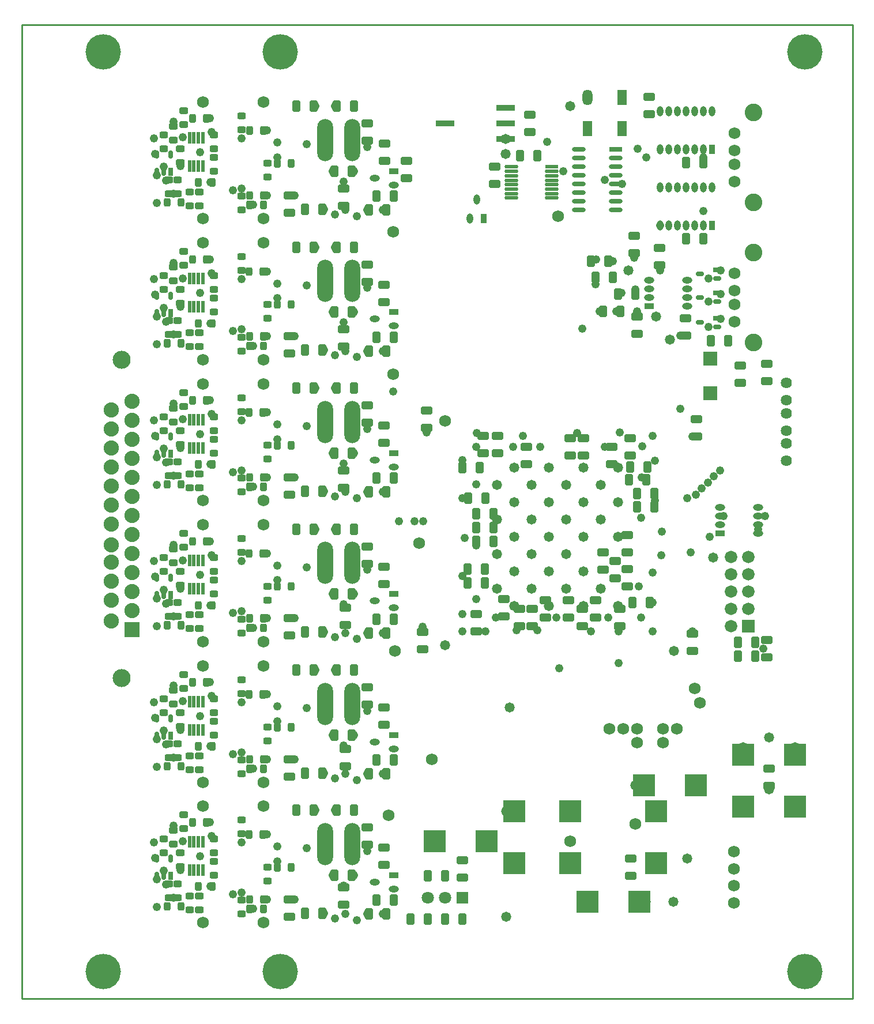
<source format=gbs>
%FSLAX24Y24*%
%MOIN*%
%SFA1B1*%

%IPPOS*%
%ADD17O,0.020000X0.040000*%
%ADD18O,0.040000X0.020000*%
%ADD35C,0.010000*%
%ADD45C,0.064000*%
%ADD67O,0.038000X0.058000*%
%ADD68R,0.038000X0.058000*%
%ADD69O,0.048000X0.020000*%
%ADD70O,0.020000X0.048000*%
%ADD71O,0.068000X0.028000*%
%ADD72O,0.028000X0.048000*%
%ADD73O,0.048000X0.028000*%
%ADD74O,0.028000X0.068000*%
%ADD83O,0.090700X0.244200*%
%ADD85O,0.090700X0.244200*%
%ADD86R,0.108000X0.038000*%
%ADD89R,0.128000X0.128000*%
%ADD90R,0.088000X0.088000*%
%ADD91C,0.088000*%
%ADD92C,0.104000*%
%ADD93R,0.071000X0.071000*%
%ADD94C,0.071000*%
%ADD95C,0.072000*%
%ADD96R,0.072000X0.072000*%
%ADD97C,0.068000*%
%ADD98C,0.102000*%
%ADD99C,0.204900*%
%ADD100C,0.048000*%
%ADD101C,0.058000*%
%ADD102R,0.048000X0.028000*%
%ADD103R,0.028000X0.048000*%
%ADD104R,0.023700X0.069000*%
%ADD105O,0.058000X0.038000*%
%ADD106R,0.058000X0.038000*%
%ADD107R,0.128000X0.128000*%
%ADD108O,0.078000X0.028000*%
%ADD109R,0.078000X0.028000*%
%ADD110R,0.058000X0.091000*%
%ADD111O,0.058000X0.091000*%
%ADD112O,0.078000X0.023000*%
%ADD113R,0.078000X0.023000*%
%ADD114R,0.083000X0.083000*%
%LN020351-1*%
%LPD*%
G54D17*
X29378Y26841D03*
Y27641D03*
X30578Y26141D03*
X30859D03*
X31128D03*
X31409D03*
X33579Y25891D03*
X33858D03*
X35078Y27791D03*
X35359D03*
Y28591D03*
X35078D03*
X33858Y30541D03*
X33579D03*
Y31341D03*
X33858D03*
Y33991D03*
X33579D03*
Y34791D03*
X33858D03*
X35078Y35891D03*
X35359D03*
Y36691D03*
X35078D03*
X33858Y38641D03*
X33579D03*
Y39441D03*
X33858D03*
X32259Y38341D03*
X31978D03*
Y37541D03*
X32259D03*
Y37041D03*
X31978D03*
Y36241D03*
X32259D03*
X31409Y35041D03*
X31128D03*
Y34241D03*
X31409D03*
X30159Y35741D03*
X29878D03*
X29659D03*
X30029Y36741D03*
X30308D03*
X30159Y34941D03*
X29878D03*
X29659D03*
X30578Y35041D03*
X30859D03*
Y34241D03*
X30578D03*
X29378Y35741D03*
Y34941D03*
X30229Y31641D03*
X30508D03*
Y30841D03*
X30229D03*
X29908Y30741D03*
X29629D03*
Y29941D03*
X29908D03*
X30029Y29441D03*
X30308D03*
Y28641D03*
X30029D03*
X30159Y27641D03*
X29878D03*
X29659D03*
Y26841D03*
X29878D03*
X30159D03*
X30578Y26941D03*
X30859D03*
X31128D03*
X31409D03*
X33579Y26691D03*
X33858D03*
X32259Y28141D03*
X31978D03*
Y28941D03*
X32259D03*
Y29441D03*
X31978D03*
Y30241D03*
X32259D03*
X29358D03*
X29079D03*
Y29441D03*
X29358D03*
X30029Y37541D03*
X30308D03*
X29908Y38041D03*
X29629D03*
Y38841D03*
X29908D03*
X30229Y38941D03*
X30508D03*
Y39741D03*
X30229D03*
X29358Y38341D03*
X29079D03*
Y37541D03*
X29358D03*
X33579Y42141D03*
X33858D03*
Y42941D03*
X33579D03*
X35078Y44041D03*
X35359D03*
Y44841D03*
X35078D03*
X33858Y46791D03*
X33579D03*
Y47591D03*
X33858D03*
X32259Y46491D03*
X31978D03*
Y45691D03*
X32259D03*
Y45191D03*
X31978D03*
Y44391D03*
X32259D03*
X31409Y43191D03*
X31128D03*
Y42391D03*
X31409D03*
X30159Y43891D03*
X29878D03*
X29659D03*
Y43091D03*
X29878D03*
X30159D03*
X30578Y43191D03*
X30859D03*
Y42391D03*
X30578D03*
X29378Y43891D03*
Y43091D03*
X30029Y44891D03*
X30308D03*
Y45691D03*
X30029D03*
X29908Y46191D03*
X29629D03*
Y46991D03*
X29908D03*
X30229Y47091D03*
X30508D03*
Y47891D03*
X30229D03*
X29358Y46491D03*
X29079D03*
Y45691D03*
X29358D03*
X33579Y50291D03*
X33858D03*
X35078Y52191D03*
X35359D03*
Y52991D03*
X35078D03*
X33858Y54941D03*
X33579D03*
Y55741D03*
X33858D03*
Y58441D03*
X33579D03*
Y59241D03*
X33858D03*
X35078Y60341D03*
X35359D03*
Y61141D03*
X35078D03*
X33858Y63091D03*
X33579D03*
Y63891D03*
X33858D03*
X32259Y62791D03*
X31978D03*
Y61991D03*
X32259D03*
Y61491D03*
X31978D03*
Y60691D03*
X32259D03*
X31409Y59491D03*
X31128D03*
Y58691D03*
X31409D03*
X30859Y59491D03*
X30578D03*
X30159Y59391D03*
X29878D03*
X29659D03*
Y60191D03*
X29878D03*
X30159D03*
X30578Y58691D03*
X30859D03*
X30508Y56041D03*
X30229D03*
Y55241D03*
X30508D03*
X29908Y55141D03*
X29629D03*
Y54341D03*
X29908D03*
X30029Y53841D03*
X30308D03*
Y53041D03*
X30029D03*
X30159Y52041D03*
X29878D03*
X29659D03*
Y51241D03*
X29878D03*
X30159D03*
X30578Y51341D03*
X30859D03*
Y50541D03*
X30578D03*
X31128D03*
X31409D03*
X33579Y51091D03*
X33858D03*
X32259Y53341D03*
X31978D03*
Y53841D03*
X32259D03*
Y52541D03*
X31978D03*
X31409Y51341D03*
X31128D03*
X31978Y54641D03*
X32259D03*
X29358D03*
X29079D03*
Y53841D03*
X29358D03*
X29378Y52041D03*
Y51241D03*
Y59391D03*
Y60191D03*
X30029Y61191D03*
X30308D03*
Y61991D03*
X30029D03*
X29908Y62491D03*
X29629D03*
Y63291D03*
X29908D03*
X30229Y63391D03*
X30508D03*
Y64191D03*
X30229D03*
X29358Y62791D03*
X29079D03*
Y61991D03*
X29358D03*
X33579Y66591D03*
X33858D03*
Y67391D03*
X33579D03*
X35078Y68491D03*
X35359D03*
Y69291D03*
X35078D03*
X33858Y71241D03*
X33579D03*
Y72041D03*
X33858D03*
X32259Y70941D03*
X31978D03*
Y70141D03*
X32259D03*
Y69641D03*
X31978D03*
Y68841D03*
X32259D03*
X31409Y67641D03*
X31128D03*
Y66841D03*
X31409D03*
X30159Y68341D03*
X29878D03*
X29659D03*
X30029Y69341D03*
X30308D03*
X30159Y67541D03*
X29878D03*
X29659D03*
X30578Y67641D03*
X30859D03*
Y66841D03*
X30578D03*
X29378Y68341D03*
Y67541D03*
X30029Y70141D03*
X30308D03*
X29908Y70641D03*
X29629D03*
Y71441D03*
X29908D03*
X30229Y71541D03*
X30508D03*
Y72341D03*
X30229D03*
X29358Y70941D03*
X29079D03*
Y70141D03*
X29358D03*
G54D18*
X29418Y26201D03*
X30219D03*
X31219Y27351D03*
Y27631D03*
X32018D03*
Y27351D03*
X30219Y26481D03*
X29418D03*
X34169Y26051D03*
X34969D03*
Y26331D03*
Y26601D03*
Y26881D03*
X34169D03*
Y26601D03*
Y26331D03*
X35768Y28451D03*
Y28731D03*
X36569D03*
Y28451D03*
X34959Y30351D03*
Y30631D03*
X34159D03*
Y30351D03*
X31669Y31051D03*
Y31331D03*
X30868D03*
Y31051D03*
X31219Y35451D03*
X32018D03*
Y35731D03*
X31219D03*
X30219Y34581D03*
Y34301D03*
X29418D03*
Y34581D03*
X34169Y34701D03*
Y34431D03*
Y34151D03*
X34969D03*
Y34431D03*
Y34701D03*
Y34981D03*
X34169D03*
X35768Y36551D03*
Y36831D03*
X36569D03*
Y36551D03*
X34959Y38451D03*
X34159D03*
Y38731D03*
X34959D03*
X34969Y42301D03*
Y42581D03*
Y42851D03*
Y43131D03*
X34169D03*
Y42851D03*
Y42581D03*
Y42301D03*
X35768Y44701D03*
X36569D03*
Y44981D03*
X35768D03*
X34959Y46601D03*
Y46881D03*
X34159D03*
Y46601D03*
X34169Y50451D03*
Y50731D03*
Y51001D03*
X34969D03*
Y50731D03*
Y50451D03*
Y51281D03*
X34169D03*
X35768Y52851D03*
Y53131D03*
X36569D03*
Y52851D03*
X34959Y54751D03*
Y55031D03*
X34159D03*
Y54751D03*
X34169Y58601D03*
X34969D03*
Y58881D03*
Y59151D03*
Y59431D03*
X34169D03*
Y59151D03*
Y58881D03*
X35768Y61001D03*
Y61281D03*
X36569D03*
Y61001D03*
X34959Y62901D03*
Y63181D03*
X34159D03*
Y62901D03*
X31669Y63601D03*
Y63881D03*
X30868D03*
Y63601D03*
X31219Y68051D03*
X32018D03*
Y68331D03*
X31219D03*
X30219Y67181D03*
Y66901D03*
X29418D03*
Y67181D03*
X34169Y67301D03*
Y67031D03*
Y66751D03*
X34969D03*
Y67031D03*
Y67301D03*
Y67581D03*
X34169D03*
X35768Y69151D03*
Y69431D03*
X36569D03*
Y69151D03*
X34969Y71051D03*
X34169D03*
Y71331D03*
X34969D03*
X31669Y71751D03*
Y72031D03*
X30868D03*
Y71751D03*
X30219Y59031D03*
X29418D03*
Y58751D03*
X30219D03*
X30868Y55731D03*
Y55451D03*
X31669D03*
Y55731D03*
X32018Y59901D03*
Y60181D03*
X31219D03*
Y59901D03*
Y52031D03*
Y51751D03*
X32018D03*
Y52031D03*
X30219Y50881D03*
Y50601D03*
X29418D03*
Y50881D03*
X30868Y47581D03*
Y47301D03*
X31669D03*
Y47581D03*
X32018Y43881D03*
Y43601D03*
X31219D03*
Y43881D03*
X30219Y42731D03*
Y42451D03*
X29418D03*
Y42731D03*
X30868Y39431D03*
Y39151D03*
X31669D03*
Y39431D03*
G54D35*
X21000Y21000D02*
X69032D01*
Y77299*
X21000*
Y21000*
G54D45*
X65219Y52091D03*
Y53091D03*
Y53841D03*
Y54841D03*
Y55591D03*
Y56591D03*
G54D67*
X60419Y65701D03*
Y67901D03*
X60918D03*
X59918D03*
X59419D03*
X58918D03*
Y65701D03*
X59419D03*
X59918D03*
X58418Y67901D03*
X57919D03*
Y65701D03*
X58418D03*
X60419Y70101D03*
Y72301D03*
X60918D03*
X59918D03*
X59419D03*
X58918D03*
Y70101D03*
X59419D03*
X59918D03*
X58418Y72301D03*
X57919D03*
Y70101D03*
X58418D03*
X47319Y67191D03*
X46919Y66091D03*
G54D68*
X60918Y65701D03*
Y70101D03*
X47719Y66091D03*
G54D69*
X29218Y29341D03*
X29518Y27741D03*
Y27641D03*
Y27541D03*
X30018D03*
Y27641D03*
Y27741D03*
Y26941D03*
Y26841D03*
Y26741D03*
X29518D03*
Y26841D03*
Y26941D03*
X30719D03*
Y27041D03*
Y26841D03*
Y26241D03*
Y26141D03*
Y26041D03*
X31268D03*
Y26141D03*
Y26241D03*
X33719Y25991D03*
Y25891D03*
Y25791D03*
X35219Y27691D03*
Y27791D03*
Y27891D03*
Y28491D03*
Y28591D03*
Y28691D03*
X33719Y30441D03*
Y30541D03*
Y30641D03*
Y31241D03*
Y31341D03*
Y31441D03*
Y33891D03*
Y33991D03*
Y34091D03*
Y34691D03*
Y34791D03*
Y34891D03*
X35219Y35791D03*
Y35891D03*
Y35991D03*
Y36591D03*
Y36691D03*
Y36791D03*
X33719Y38541D03*
Y38641D03*
Y38741D03*
Y39341D03*
Y39441D03*
Y39541D03*
X32118Y38441D03*
Y38341D03*
Y38241D03*
Y37641D03*
Y37541D03*
Y37441D03*
Y37141D03*
Y37041D03*
Y36941D03*
Y36341D03*
Y36241D03*
Y36141D03*
X31268Y35141D03*
Y35041D03*
Y34941D03*
Y34341D03*
Y34241D03*
Y34141D03*
X30018Y35641D03*
Y35741D03*
Y35841D03*
X29518D03*
Y35741D03*
Y35641D03*
X30168Y36641D03*
Y36741D03*
Y36841D03*
X30018Y35041D03*
Y34941D03*
Y34841D03*
X29518D03*
Y34941D03*
Y35041D03*
X30719D03*
Y35141D03*
Y34941D03*
Y34341D03*
Y34241D03*
Y34141D03*
X30368Y31741D03*
Y31641D03*
Y31541D03*
Y30941D03*
Y30841D03*
Y30741D03*
X29769D03*
Y30841D03*
Y30641D03*
Y30041D03*
Y29941D03*
Y29841D03*
X30168Y29541D03*
Y29441D03*
Y29341D03*
Y28741D03*
Y28641D03*
Y28541D03*
X31268Y27041D03*
Y26941D03*
Y26841D03*
X33719Y26791D03*
Y26691D03*
Y26591D03*
X32118Y28041D03*
Y28141D03*
Y28241D03*
Y28841D03*
Y28941D03*
Y29041D03*
Y29341D03*
Y29441D03*
Y29541D03*
Y30141D03*
Y30241D03*
Y30341D03*
X29218D03*
Y30241D03*
Y30141D03*
Y29541D03*
Y29441D03*
X30168Y37441D03*
Y37541D03*
Y37641D03*
X29769Y37941D03*
Y38041D03*
Y38141D03*
Y38741D03*
Y38841D03*
Y38941D03*
X30368D03*
Y38841D03*
Y39041D03*
Y39641D03*
Y39741D03*
Y39841D03*
X29218Y38441D03*
Y38341D03*
Y38241D03*
Y37641D03*
Y37541D03*
Y37441D03*
X33719Y42041D03*
Y42141D03*
Y42241D03*
Y42841D03*
Y42941D03*
Y43041D03*
X35219Y43941D03*
Y44041D03*
Y44141D03*
Y44741D03*
Y44841D03*
Y44941D03*
X33719Y46691D03*
Y46791D03*
Y46891D03*
Y47491D03*
Y47591D03*
Y47691D03*
X32118Y46591D03*
Y46491D03*
Y46391D03*
Y45791D03*
Y45691D03*
Y45591D03*
Y45291D03*
Y45191D03*
Y45091D03*
Y44491D03*
Y44391D03*
Y44291D03*
X31268Y43291D03*
Y43191D03*
Y43091D03*
Y42491D03*
Y42391D03*
Y42291D03*
X30018Y43791D03*
Y43891D03*
Y43991D03*
X29518D03*
Y43891D03*
Y43791D03*
X30168Y44791D03*
X30018Y43191D03*
Y43091D03*
Y42991D03*
X29518D03*
Y43091D03*
Y43191D03*
X30719D03*
Y43291D03*
Y43091D03*
Y42491D03*
Y42391D03*
Y42291D03*
X30168Y44891D03*
Y44991D03*
Y45591D03*
Y45691D03*
Y45791D03*
X29769Y46091D03*
Y46191D03*
Y46291D03*
Y46891D03*
Y46991D03*
Y47091D03*
X30368D03*
Y46991D03*
Y47191D03*
Y47791D03*
Y47891D03*
Y47991D03*
X31268Y50441D03*
Y50541D03*
Y50641D03*
X33719Y50391D03*
Y50291D03*
Y50191D03*
Y50991D03*
X35219Y52091D03*
Y52191D03*
Y52291D03*
Y52891D03*
Y52991D03*
Y53091D03*
X33719Y54841D03*
Y54941D03*
Y55041D03*
Y55641D03*
Y55741D03*
Y55841D03*
Y58341D03*
Y58441D03*
Y58541D03*
X35219Y60241D03*
Y60341D03*
Y60441D03*
Y61041D03*
Y61141D03*
Y61241D03*
X33719Y62991D03*
Y63091D03*
Y63191D03*
Y63791D03*
Y63891D03*
Y63991D03*
Y66491D03*
Y66591D03*
Y66691D03*
Y67291D03*
Y67391D03*
Y67491D03*
X35219Y68391D03*
Y68491D03*
Y68591D03*
Y69191D03*
Y69291D03*
Y69391D03*
X33719Y71141D03*
Y71241D03*
Y71341D03*
Y71941D03*
Y72041D03*
Y72141D03*
X32118Y71041D03*
Y70941D03*
Y70841D03*
Y70241D03*
Y70141D03*
Y70041D03*
Y69741D03*
Y69641D03*
Y69541D03*
Y68941D03*
Y68841D03*
Y68741D03*
X31268Y67741D03*
Y67641D03*
Y67541D03*
Y66941D03*
Y66841D03*
Y66741D03*
X30018Y68241D03*
Y68341D03*
Y68441D03*
X29518D03*
Y68341D03*
Y68241D03*
X30168Y69241D03*
Y69341D03*
Y69441D03*
X30018Y67641D03*
Y67541D03*
Y67441D03*
X29518D03*
Y67541D03*
Y67641D03*
X30719D03*
Y67741D03*
Y67541D03*
Y66941D03*
Y66841D03*
Y66741D03*
X30368Y64291D03*
Y64191D03*
Y64091D03*
Y63491D03*
Y63391D03*
Y63291D03*
X29769D03*
Y63391D03*
Y63191D03*
Y62591D03*
Y62491D03*
Y62391D03*
X30168Y62091D03*
Y61991D03*
Y61891D03*
Y61291D03*
Y61191D03*
Y61091D03*
X30018Y60291D03*
Y60191D03*
Y60091D03*
X29518D03*
Y60191D03*
Y60291D03*
Y59491D03*
Y59391D03*
Y59291D03*
X30018D03*
Y59391D03*
Y59491D03*
X30719D03*
Y59591D03*
Y59391D03*
Y58791D03*
Y58691D03*
Y58591D03*
X30368Y56141D03*
Y56041D03*
Y55941D03*
Y55341D03*
Y55241D03*
Y55141D03*
X29769D03*
Y55241D03*
Y55041D03*
Y54441D03*
Y54341D03*
Y54241D03*
X30168Y53941D03*
Y53841D03*
Y53741D03*
Y53141D03*
Y53041D03*
Y52941D03*
X30018Y52141D03*
Y52041D03*
Y51941D03*
X29518D03*
Y52041D03*
Y52141D03*
Y51341D03*
Y51241D03*
Y51141D03*
X30018D03*
Y51241D03*
Y51341D03*
X30719D03*
Y51441D03*
Y51241D03*
Y50641D03*
Y50541D03*
Y50441D03*
X31268Y51241D03*
Y51341D03*
Y51441D03*
X32118Y52441D03*
Y52541D03*
X33719Y51191D03*
Y51091D03*
X32118Y52641D03*
Y53241D03*
Y53341D03*
Y53441D03*
Y53741D03*
Y53841D03*
Y53941D03*
Y54541D03*
Y54641D03*
Y54741D03*
X31268Y58591D03*
Y58691D03*
X33719Y59141D03*
Y59241D03*
Y59341D03*
X32118Y60591D03*
Y60691D03*
Y60791D03*
Y61391D03*
Y61491D03*
Y61591D03*
X31268Y59591D03*
Y59491D03*
Y59391D03*
Y58791D03*
X32118Y61891D03*
Y61991D03*
Y62091D03*
Y62691D03*
Y62791D03*
Y62891D03*
X29218D03*
Y62791D03*
Y62691D03*
Y62091D03*
Y61991D03*
Y61891D03*
Y54741D03*
Y54641D03*
Y54541D03*
Y53941D03*
Y53841D03*
Y53741D03*
Y46591D03*
Y46491D03*
Y46391D03*
Y45791D03*
Y45691D03*
Y45591D03*
X30168Y70041D03*
Y70141D03*
Y70241D03*
X29769Y70541D03*
Y70641D03*
Y70741D03*
Y71341D03*
Y71441D03*
Y71541D03*
X30368D03*
Y71441D03*
Y71641D03*
Y72241D03*
Y72341D03*
Y72441D03*
X29218Y71041D03*
Y70941D03*
Y70841D03*
Y70241D03*
Y70141D03*
Y70041D03*
G54D70*
X29318Y26341D03*
X29418D03*
X29518D03*
X30119D03*
X30219D03*
X30319D03*
X31119Y27491D03*
X31219D03*
X31319D03*
X31918D03*
X32018D03*
X32118D03*
X34069Y26191D03*
X34169D03*
X34269D03*
X34869D03*
X34969D03*
X35069D03*
Y26741D03*
X34969D03*
X34869D03*
X34269D03*
X34169D03*
X34069D03*
X35668Y28591D03*
X35768D03*
X35868D03*
X36469D03*
X36569D03*
X36669D03*
X35059Y30491D03*
X34959D03*
X34859D03*
X34259D03*
X34159D03*
X34059D03*
X31769Y31191D03*
X31669D03*
X31569D03*
X30968D03*
X30868D03*
X30768D03*
X30319Y34441D03*
X30219D03*
X30119D03*
X29518D03*
X29418D03*
X31119Y35591D03*
X31219D03*
X31319D03*
X31918D03*
X32018D03*
X32118D03*
X34069Y34841D03*
X34169D03*
X34269D03*
Y34291D03*
X34169D03*
X34069D03*
X34869D03*
X34969D03*
X35069D03*
Y34841D03*
X34969D03*
X34869D03*
X35668Y36691D03*
X35768D03*
X35868D03*
X36469D03*
X36569D03*
X36669D03*
X35059Y38591D03*
X34959D03*
X34859D03*
X34259D03*
X34159D03*
X34059D03*
X31769Y39291D03*
X31669D03*
X31569D03*
X30968D03*
X30868D03*
X30768D03*
X30319Y42591D03*
X30219D03*
X30119D03*
X29518D03*
X29418D03*
X31119Y43741D03*
X31219D03*
X31319D03*
X31918D03*
X32018D03*
X32118D03*
X34069Y42991D03*
X34169D03*
X34269D03*
Y42441D03*
X34169D03*
X34069D03*
X34869D03*
X34969D03*
X35069D03*
Y42991D03*
X34969D03*
X34869D03*
X35668Y44841D03*
X35768D03*
X35868D03*
X36469D03*
X36569D03*
X36669D03*
X35059Y46741D03*
X34959D03*
X34859D03*
X34259D03*
X34159D03*
X34059D03*
X34069Y50591D03*
X34169D03*
X34269D03*
X34869D03*
X34969D03*
X35069D03*
Y51141D03*
X34969D03*
X34869D03*
X34269D03*
X34169D03*
X34069D03*
X35668Y52991D03*
X35768D03*
X35868D03*
X36469D03*
X36569D03*
X36669D03*
X35059Y54891D03*
X34959D03*
X34859D03*
X34259D03*
X34159D03*
X34059D03*
X34069Y58741D03*
X34169D03*
X34269D03*
X34869D03*
X34969D03*
X35069D03*
Y59291D03*
X34969D03*
X34869D03*
X34269D03*
X34169D03*
X34069D03*
X35668Y61141D03*
X35768D03*
X35868D03*
X36469D03*
X36569D03*
X36669D03*
X35059Y63041D03*
X34959D03*
X34859D03*
X34259D03*
X34159D03*
X34059D03*
X31769Y63741D03*
X31669D03*
X31569D03*
X30968D03*
X30868D03*
X30768D03*
X30319Y67041D03*
X30219D03*
X30119D03*
X29518D03*
X29418D03*
X31119Y68191D03*
X31219D03*
X31319D03*
X31918D03*
X32018D03*
X32118D03*
X34069Y67441D03*
X34169D03*
X34269D03*
Y66891D03*
X34169D03*
X34069D03*
X34869D03*
X34969D03*
X35069D03*
Y67441D03*
X34969D03*
X34869D03*
X35668Y69291D03*
X35768D03*
X35868D03*
X36469D03*
X36569D03*
X36669D03*
X35069Y71191D03*
X34969D03*
X34869D03*
X34269D03*
X34169D03*
X34069D03*
X31769Y71891D03*
X31669D03*
X31569D03*
X30968D03*
X30868D03*
X30768D03*
X29318Y67041D03*
Y58891D03*
X29418D03*
X29518D03*
X30119D03*
X30219D03*
X30319D03*
X31119Y60041D03*
X31219D03*
X31319D03*
X31918D03*
X32018D03*
X32118D03*
X30868Y55591D03*
X30768D03*
X30968D03*
X31569D03*
X31669D03*
X31769D03*
X31918Y51891D03*
X32018D03*
X32118D03*
X31319D03*
X31219D03*
X31119D03*
X30319Y50741D03*
X30219D03*
X30119D03*
X29518D03*
X29418D03*
X29318D03*
X30768Y47441D03*
X30868D03*
X30968D03*
X31569D03*
X31669D03*
X31769D03*
X29318Y42591D03*
Y34441D03*
G54D71*
X36469Y25641D03*
Y25741D03*
Y25841D03*
Y26641D03*
Y26741D03*
Y26841D03*
X39618Y26540D03*
Y26440D03*
Y26340D03*
Y27340D03*
Y27440D03*
Y27540D03*
X41959Y28631D03*
Y28731D03*
Y28831D03*
Y29631D03*
Y29731D03*
Y29831D03*
X40968Y30991D03*
Y30891D03*
Y30791D03*
Y29991D03*
Y29891D03*
Y29791D03*
X39718Y34340D03*
Y34440D03*
Y34540D03*
Y35340D03*
Y35440D03*
Y35540D03*
X41959Y36731D03*
Y36831D03*
Y36931D03*
Y37731D03*
Y37831D03*
Y37931D03*
X40968Y38891D03*
Y38991D03*
Y39091D03*
Y38091D03*
Y37991D03*
Y37891D03*
X44169Y41091D03*
Y41191D03*
Y41291D03*
Y42091D03*
Y42191D03*
Y42291D03*
X47278Y42340D03*
Y42240D03*
Y42140D03*
Y43140D03*
Y43240D03*
X48878Y43190D03*
Y43090D03*
Y42990D03*
X49778Y42640D03*
Y42540D03*
Y42440D03*
X50528D03*
Y42540D03*
Y42640D03*
X51278Y42940D03*
Y43040D03*
Y43140D03*
X52628D03*
Y43040D03*
Y42940D03*
X53428Y42640D03*
Y42540D03*
Y42440D03*
X54178Y42940D03*
Y43040D03*
Y43140D03*
X55578Y42640D03*
Y42540D03*
Y42440D03*
X56028Y44740D03*
Y44840D03*
Y44940D03*
Y45740D03*
Y45840D03*
Y45940D03*
Y46690D03*
Y46790D03*
Y46890D03*
Y47690D03*
Y47790D03*
Y47890D03*
X54628Y46890D03*
Y46790D03*
Y46690D03*
Y45890D03*
Y45790D03*
Y45690D03*
X55328Y45390D03*
Y45290D03*
Y45190D03*
Y46190D03*
Y46290D03*
Y46390D03*
X55578Y43640D03*
Y43540D03*
Y43440D03*
X54178Y43940D03*
Y44040D03*
Y44140D03*
X53428Y43640D03*
Y43540D03*
Y43440D03*
X52628Y43940D03*
Y44040D03*
Y44140D03*
X51278D03*
Y44040D03*
Y43940D03*
X50528Y43640D03*
Y43540D03*
Y43440D03*
X49778D03*
Y43540D03*
Y43640D03*
X48878Y43990D03*
Y44090D03*
Y44190D03*
X47278Y43340D03*
X41959Y44881D03*
Y44981D03*
Y45081D03*
Y45881D03*
Y45981D03*
Y46081D03*
X40968Y47041D03*
Y47141D03*
Y47241D03*
Y46241D03*
Y46141D03*
Y46041D03*
X39718Y43690D03*
Y43590D03*
Y43490D03*
Y42690D03*
Y42590D03*
Y42490D03*
X36469Y42091D03*
Y41991D03*
Y41891D03*
Y42891D03*
Y42991D03*
Y43091D03*
Y34941D03*
Y34841D03*
Y34741D03*
Y33941D03*
Y33841D03*
Y33741D03*
X46469Y29091D03*
Y28991D03*
Y28891D03*
Y28091D03*
Y27991D03*
Y27891D03*
X56219Y27991D03*
Y28091D03*
Y28191D03*
Y28991D03*
Y29091D03*
Y29191D03*
X64219Y33191D03*
Y33291D03*
Y33391D03*
Y34191D03*
Y34291D03*
Y34391D03*
X64068Y40641D03*
Y40741D03*
Y40841D03*
Y41641D03*
Y41741D03*
Y41841D03*
X59778Y41990D03*
Y42090D03*
Y42190D03*
Y41190D03*
Y41090D03*
Y40990D03*
X56178Y52290D03*
Y52390D03*
Y52490D03*
Y53290D03*
Y53390D03*
Y53490D03*
X55128Y52990D03*
Y52890D03*
Y52790D03*
Y51990D03*
Y51890D03*
Y51790D03*
X53478Y53290D03*
Y53390D03*
Y53490D03*
X52728D03*
Y53390D03*
Y53290D03*
Y52490D03*
Y52390D03*
Y52290D03*
X53478D03*
Y52390D03*
Y52490D03*
X50178Y52790D03*
Y52890D03*
Y52990D03*
Y51990D03*
Y51890D03*
Y51790D03*
X48528Y52640D03*
Y53440D03*
Y53540D03*
Y53640D03*
Y52540D03*
Y52440D03*
X47678Y52640D03*
Y53440D03*
Y53540D03*
Y53640D03*
Y52540D03*
Y52440D03*
X44419Y54891D03*
Y54991D03*
Y55091D03*
Y54091D03*
Y53991D03*
Y53891D03*
X41959Y54231D03*
Y54131D03*
Y54031D03*
Y53231D03*
Y53131D03*
Y53031D03*
X40968Y54191D03*
Y54291D03*
Y54391D03*
Y55191D03*
Y55291D03*
Y55391D03*
X39618Y51650D03*
Y51550D03*
Y51450D03*
Y50650D03*
Y50550D03*
Y50450D03*
X36469Y51141D03*
Y51241D03*
Y51041D03*
Y50241D03*
Y50141D03*
Y50041D03*
X39618Y58590D03*
Y58690D03*
Y58790D03*
Y59590D03*
Y59690D03*
Y59790D03*
X41959Y61181D03*
Y61281D03*
Y61381D03*
Y62181D03*
Y62281D03*
Y62381D03*
X40968Y63441D03*
Y63541D03*
Y63341D03*
Y62541D03*
Y62441D03*
Y62341D03*
X39618Y66741D03*
Y66841D03*
Y66941D03*
Y67741D03*
Y67841D03*
Y67941D03*
X41968Y69341D03*
Y69441D03*
Y69541D03*
X43259D03*
Y69441D03*
Y69341D03*
Y68541D03*
Y68441D03*
Y68341D03*
X41968Y70341D03*
Y70441D03*
Y70541D03*
X40968Y71491D03*
Y71591D03*
Y71691D03*
Y70691D03*
Y70591D03*
Y70491D03*
X36469Y67541D03*
Y67441D03*
Y67341D03*
Y66541D03*
Y66441D03*
Y66341D03*
Y59391D03*
Y59291D03*
Y59191D03*
Y58391D03*
Y58291D03*
Y58191D03*
X48338Y67991D03*
Y68091D03*
Y68191D03*
Y68991D03*
Y69091D03*
Y69191D03*
X50368Y70991D03*
Y71091D03*
Y71191D03*
Y71991D03*
Y72091D03*
Y72191D03*
X56418Y65191D03*
Y65091D03*
Y64991D03*
Y64191D03*
Y64091D03*
Y63991D03*
X57868Y63391D03*
Y63291D03*
X59369Y60441D03*
Y60341D03*
Y60241D03*
Y59441D03*
Y59341D03*
Y59241D03*
X62550Y56700D03*
Y56600D03*
Y56500D03*
X64068Y56591D03*
Y56691D03*
Y56791D03*
Y57591D03*
Y57691D03*
Y57791D03*
X62550Y57700D03*
Y57600D03*
Y57500D03*
X60019Y54591D03*
Y54491D03*
Y54391D03*
Y53591D03*
Y53491D03*
Y53391D03*
X56582Y59341D03*
Y59441D03*
Y59541D03*
Y60341D03*
Y60441D03*
Y60541D03*
X57868Y63491D03*
Y64291D03*
Y64391D03*
Y64491D03*
X57269Y72041D03*
Y72141D03*
Y72241D03*
Y73041D03*
Y73141D03*
Y73241D03*
G54D72*
X28819Y28091D03*
X29218D03*
X28819Y29091D03*
X29618D03*
X36268Y25741D03*
X36669D03*
Y26741D03*
X36268D03*
X39418Y26440D03*
X39818D03*
Y27440D03*
X39418D03*
X41759Y28731D03*
X42159D03*
Y29731D03*
X41759D03*
X41168Y29891D03*
X40768D03*
Y30891D03*
X41168D03*
X46269Y28991D03*
Y27991D03*
X46669D03*
Y28991D03*
X42159Y36831D03*
Y37831D03*
X41168Y38991D03*
X40768D03*
Y37991D03*
X41168D03*
X41759Y37831D03*
Y36831D03*
X39918Y35440D03*
X39518D03*
Y34440D03*
X39918D03*
X36669Y34841D03*
X36268D03*
Y33841D03*
X36669D03*
X29618Y37191D03*
X28819D03*
Y36191D03*
X29218D03*
X36268Y41991D03*
X36669D03*
Y42991D03*
X36268D03*
X39518Y42590D03*
X39918D03*
Y43590D03*
X39518D03*
X41759Y44981D03*
Y45981D03*
X41168Y46141D03*
X40768D03*
X42159Y45981D03*
Y44981D03*
X41168Y47141D03*
X40768D03*
X39818Y50550D03*
X39418D03*
Y51550D03*
X39818D03*
X41759Y53131D03*
Y54131D03*
X42159D03*
Y53131D03*
X44219Y53991D03*
X44619D03*
Y54991D03*
X44219D03*
X47478Y52540D03*
X47878D03*
X48328D03*
X48728D03*
X49978Y51890D03*
X50378D03*
X52528Y52390D03*
X52928D03*
X53278D03*
X53678D03*
X54928Y51890D03*
X55328D03*
X55978Y52390D03*
X56378D03*
Y53390D03*
X55978D03*
X55328Y52890D03*
X54928D03*
X53678Y53390D03*
X53278D03*
X52928D03*
X52528D03*
X50378Y52890D03*
X49978D03*
X48728Y53540D03*
X48328D03*
X47878D03*
X47478D03*
X41168Y54291D03*
X40768D03*
Y55291D03*
X41168D03*
X39818Y58690D03*
X39418D03*
Y59690D03*
X39818D03*
X41759Y61281D03*
X42159D03*
Y62281D03*
X41168Y63441D03*
X40768D03*
Y62441D03*
X41168D03*
X41759Y62281D03*
X39818Y66841D03*
X39418D03*
Y67841D03*
X39818D03*
X41768Y69441D03*
X42168D03*
X43059D03*
Y68441D03*
X43459D03*
Y69441D03*
X42168Y70441D03*
X41168Y71591D03*
X40768D03*
Y70591D03*
X41168D03*
X41768Y70441D03*
X36669Y67441D03*
X36268D03*
Y66441D03*
X36669D03*
Y59291D03*
X36268D03*
Y58291D03*
X36669D03*
Y51141D03*
X36268D03*
Y50141D03*
X36669D03*
X29618Y53491D03*
X28819D03*
Y52491D03*
X29218D03*
X28819Y45341D03*
Y44341D03*
X29218D03*
X29618Y45341D03*
X43969Y41191D03*
X44369D03*
Y42191D03*
X43969D03*
X47078Y42240D03*
X47478D03*
Y43240D03*
X47078D03*
X48678Y43090D03*
X49078D03*
X49578Y42540D03*
X49978D03*
X50328D03*
X50728D03*
X51078Y43040D03*
X51478D03*
X52428D03*
X52828D03*
X53228Y42540D03*
X53628D03*
X53978Y43040D03*
X54378D03*
X55378Y42540D03*
X55778D03*
Y43540D03*
X55828Y44840D03*
X56228D03*
Y45840D03*
X55828D03*
Y46790D03*
X56228D03*
Y47790D03*
X55828D03*
X54828Y46790D03*
X54428D03*
Y45790D03*
X54828D03*
X55128Y45290D03*
X55528D03*
Y46290D03*
X55128D03*
X55378Y43540D03*
X54378Y44040D03*
X53978D03*
X53628Y43540D03*
X53228D03*
X52828Y44040D03*
X52428D03*
X51478D03*
X51078D03*
X50728Y43540D03*
X50328D03*
X49978D03*
X49578D03*
X49078Y44090D03*
X48678D03*
X59578Y41090D03*
X59978D03*
Y42090D03*
X59578D03*
X63868Y41741D03*
X64268D03*
Y40741D03*
X63868D03*
X64019Y34291D03*
X64419D03*
Y33291D03*
X64019D03*
X56418Y29091D03*
X56019D03*
Y28091D03*
X56418D03*
X59819Y53491D03*
X60219D03*
Y54491D03*
X59819D03*
X62350Y56600D03*
X62750D03*
X63868Y56691D03*
X64268D03*
Y57691D03*
X63868D03*
X62750Y57600D03*
X62350D03*
X59569Y60341D03*
X59169D03*
Y59341D03*
X59569D03*
X58068Y63391D03*
X57668D03*
Y64391D03*
X58068D03*
X56618Y65091D03*
X56219D03*
Y64091D03*
X56618D03*
X56782Y60441D03*
X56382D03*
Y59441D03*
X56782D03*
X48538Y68091D03*
X48138D03*
Y69091D03*
X48538D03*
X50168Y71091D03*
X50568D03*
Y72091D03*
X50168D03*
X57069Y72141D03*
X57469D03*
Y73141D03*
X57069D03*
X29618Y69791D03*
X28819D03*
Y68791D03*
X29218D03*
X28819Y61641D03*
Y60641D03*
X29218D03*
X29618Y61641D03*
G54D73*
X36869Y31691D03*
Y32091D03*
X37868D03*
Y31691D03*
X39218D03*
Y32091D03*
X40219D03*
Y31691D03*
X41069Y33790D03*
X42069D03*
Y34190D03*
X42509Y34591D03*
Y34991D03*
X41509D03*
Y34591D03*
X41069Y34190D03*
X40068Y36040D03*
Y36440D03*
X39069D03*
Y36040D03*
X38368Y34241D03*
X37369D03*
Y33841D03*
X38368D03*
X39069Y28340D03*
Y27940D03*
X40068D03*
Y28340D03*
X41509Y26891D03*
Y26491D03*
X41069Y26090D03*
Y25690D03*
X42069D03*
Y26090D03*
X43468Y25791D03*
Y25391D03*
X44468D03*
Y25791D03*
X45469D03*
Y25391D03*
X46469D03*
Y25791D03*
X45469Y27891D03*
Y28291D03*
X44468D03*
Y27891D03*
X42509Y26891D03*
Y26491D03*
X38368Y26141D03*
Y25741D03*
X37369D03*
Y26141D03*
X39218Y39791D03*
Y40191D03*
X40219D03*
Y39791D03*
X37868D03*
Y40191D03*
X36869D03*
Y39791D03*
X37369Y41991D03*
Y42391D03*
X38368D03*
Y41991D03*
X39069Y44190D03*
Y44590D03*
X40068D03*
Y44190D03*
X41509Y43141D03*
Y42741D03*
X41069Y42340D03*
Y41940D03*
X42069D03*
Y42340D03*
X42509Y42741D03*
Y43141D03*
X46778Y44840D03*
X47778D03*
Y45240D03*
Y45640D03*
Y46040D03*
X46778D03*
Y45640D03*
Y45240D03*
X48278Y47240D03*
Y47640D03*
Y48040D03*
Y48440D03*
Y48840D03*
Y49240D03*
X47828Y49740D03*
Y50140D03*
X46828D03*
Y49740D03*
X47278Y49240D03*
Y48840D03*
Y48440D03*
Y48040D03*
Y47640D03*
Y47240D03*
X47478Y51490D03*
Y51890D03*
X46478D03*
Y51490D03*
X42509Y51291D03*
Y50891D03*
X42069Y50490D03*
Y50090D03*
X41509Y51291D03*
Y50891D03*
X41069Y50490D03*
Y50090D03*
X40068Y52340D03*
X39069D03*
Y52740D03*
X40068D03*
X38368Y50541D03*
Y50141D03*
X37369D03*
Y50541D03*
X37868Y48341D03*
Y47941D03*
X39218D03*
X40219D03*
Y48341D03*
X39218D03*
X36869D03*
Y47941D03*
X39218Y56091D03*
Y56491D03*
X40219D03*
Y56091D03*
X41069Y58240D03*
Y58640D03*
X42069D03*
Y58240D03*
X42509Y59041D03*
Y59441D03*
X41509D03*
Y59041D03*
X40068Y60490D03*
Y60890D03*
X39069D03*
Y60490D03*
X38368Y58691D03*
Y58291D03*
X37369D03*
Y58691D03*
X37868Y56491D03*
Y56091D03*
X36869D03*
Y56491D03*
X39218Y64241D03*
Y64641D03*
X40219D03*
Y64241D03*
X41069Y66391D03*
X42069D03*
Y66791D03*
X42509Y67191D03*
Y67591D03*
X41509D03*
Y67191D03*
X41069Y66791D03*
X40068Y68641D03*
Y69041D03*
X39069D03*
Y68641D03*
X38368Y66841D03*
X37369D03*
Y66441D03*
X38368D03*
X37868Y64641D03*
Y64241D03*
X36869D03*
Y64641D03*
X39218Y72391D03*
X40219D03*
Y72791D03*
X39218D03*
X37868D03*
Y72391D03*
X36869Y72791D03*
Y72391D03*
X49819Y69541D03*
X50819D03*
Y69941D03*
X49819D03*
X53921Y63841D03*
Y63441D03*
X54169Y62891D03*
Y62491D03*
X55168D03*
Y62891D03*
X55469Y61941D03*
Y61541D03*
X55619Y60941D03*
Y60541D03*
X54619D03*
Y60941D03*
X56469Y61541D03*
Y61941D03*
X54921Y63441D03*
Y63841D03*
X60219Y60091D03*
X61219Y59841D03*
X60850Y59250D03*
Y58850D03*
X61850D03*
Y59250D03*
X61219Y61291D03*
Y62641D03*
X60419Y64741D03*
Y65141D03*
X59419D03*
Y64741D03*
X60219Y62891D03*
Y61541D03*
X60409Y69141D03*
Y69541D03*
X59408D03*
Y69141D03*
X57178Y51940D03*
Y51540D03*
X57119Y51191D03*
X56118D03*
X56178Y51540D03*
Y51940D03*
X56118Y50791D03*
X56578Y50390D03*
Y49990D03*
Y49640D03*
X57119Y50791D03*
X56578Y49240D03*
X57578D03*
Y49640D03*
Y49990D03*
Y50390D03*
X56328Y44090D03*
Y43690D03*
X57328D03*
Y44090D03*
X62418Y41391D03*
Y40991D03*
Y40591D03*
X63418D03*
Y40991D03*
Y41391D03*
Y41791D03*
X62418D03*
G54D74*
X36769Y31891D03*
X36869D03*
X36969D03*
X37768D03*
X37868D03*
X37968D03*
X39118D03*
X39218D03*
X39318D03*
X40118D03*
X40219D03*
X40318D03*
X41968Y33990D03*
X42069D03*
X42168D03*
X42409Y34791D03*
X42509D03*
X42609D03*
X41609D03*
X41509D03*
X41409D03*
X41168Y33990D03*
X41069D03*
X40968D03*
X40168Y36240D03*
X40068D03*
X39969D03*
X39169D03*
X39069D03*
X38969D03*
X38468Y34041D03*
X38368D03*
X38268D03*
X37469D03*
X37369D03*
X37269D03*
X40318Y39991D03*
X40219D03*
X40118D03*
X39318D03*
X39218D03*
X39118D03*
X37968D03*
X37868D03*
X37768D03*
X36969D03*
X36869D03*
X36769D03*
X37269Y42191D03*
X37369D03*
X37469D03*
X38268D03*
X38368D03*
X38468D03*
X38969Y44390D03*
X39069D03*
X39169D03*
X39969D03*
X40068D03*
X40168D03*
X41409Y42941D03*
X41509D03*
X41609D03*
X41168Y42140D03*
X41069D03*
X40968D03*
X41968D03*
X42069D03*
X42168D03*
X42409Y42941D03*
X42509D03*
X42609D03*
X46678Y45040D03*
X46778D03*
X46878D03*
Y45840D03*
X46778D03*
X46678D03*
X47678D03*
X47778D03*
X47878D03*
Y45040D03*
X47778D03*
X47678D03*
X48178Y47440D03*
X48278D03*
X48378D03*
Y48240D03*
X48278D03*
X48178D03*
Y49040D03*
X48278D03*
X48378D03*
X47928Y49940D03*
X47828D03*
X47728D03*
X46928D03*
X46828D03*
X46728D03*
X47178Y49040D03*
X47278D03*
X47378D03*
Y48240D03*
X47278D03*
X47178D03*
Y47440D03*
X47278D03*
X47378D03*
Y51690D03*
X47478D03*
X47578D03*
X46578D03*
X46478D03*
X46378D03*
X42609Y51091D03*
X42509D03*
X42409D03*
X42168Y50290D03*
X42069D03*
X41968D03*
X41609Y51091D03*
X41509D03*
X41409D03*
X41168Y50290D03*
X41069D03*
X40968D03*
X40318Y48141D03*
X40219D03*
X40118D03*
X39318D03*
X39218D03*
X39118D03*
X38468Y50341D03*
X38368D03*
X38268D03*
X37469D03*
X37369D03*
X37269D03*
X37768Y48141D03*
X37868D03*
X37968D03*
X36969D03*
X36869D03*
X36769D03*
X38969Y52540D03*
X39069D03*
X39169D03*
X39969D03*
X40068D03*
X40168D03*
X40318Y56291D03*
X41968Y58440D03*
X42069D03*
X42168D03*
X42409Y59241D03*
X42509D03*
X42609D03*
X41609D03*
X41509D03*
X41409D03*
X41168Y58440D03*
X41069D03*
X40968D03*
X40219Y56291D03*
X40118D03*
X39318D03*
X39218D03*
X39118D03*
X38468Y58491D03*
X38368D03*
X38268D03*
X37469D03*
X37369D03*
X37269D03*
X37768Y56291D03*
X37868D03*
X37968D03*
X36969D03*
X36869D03*
X36769D03*
X38969Y60690D03*
X39069D03*
X39169D03*
X39969D03*
X40068D03*
X40168D03*
X40318Y64441D03*
X40219D03*
X40118D03*
X39318D03*
X39218D03*
X39118D03*
X37968D03*
X37868D03*
X37768D03*
X36969D03*
X36869D03*
X36769D03*
X37269Y66641D03*
X37369D03*
X37469D03*
X38268D03*
X38368D03*
X38468D03*
X38969Y68841D03*
X39069D03*
X39169D03*
X39969D03*
X40068D03*
X40168D03*
X41409Y67391D03*
X41509D03*
X41609D03*
X41168Y66591D03*
X41069D03*
X40968D03*
X41968D03*
X42069D03*
X42168D03*
X42409Y67391D03*
X42509D03*
X42609D03*
X40318Y72591D03*
X40219D03*
X40118D03*
X39318D03*
X39218D03*
X39118D03*
X37968D03*
X37868D03*
X37768D03*
X36969D03*
X36869D03*
X36769D03*
X49718Y69741D03*
X49819D03*
X49918D03*
X50718D03*
X50819D03*
X50918D03*
X53821Y63641D03*
X53921D03*
X54021D03*
X54068Y62691D03*
X55368Y61741D03*
X55469D03*
X55568D03*
X55518Y60741D03*
X55619D03*
X54718D03*
X54619D03*
X54518D03*
X55718D03*
X56368Y61741D03*
X56469D03*
X56568D03*
X55269Y62691D03*
X55168D03*
X55068D03*
X54268D03*
X54169D03*
X54821Y63641D03*
X54921D03*
X55021D03*
X59318Y64941D03*
X59419D03*
X59518D03*
X60318D03*
X60419D03*
X60518D03*
X60750Y59050D03*
X60850D03*
X60950D03*
X61750D03*
X61850D03*
X61950D03*
X57178Y51740D03*
X57078D03*
X56278D03*
X56178D03*
X56078D03*
X56118Y50991D03*
X56019D03*
X56219D03*
X57018D03*
X57119D03*
X57218D03*
X56678Y50190D03*
X56578D03*
X56478D03*
Y49440D03*
X56578D03*
X56678D03*
X57478D03*
X57578D03*
X57678D03*
Y50190D03*
X57578D03*
X57478D03*
X57278Y51740D03*
X57228Y43890D03*
X56428D03*
X56328D03*
X56228D03*
X57328D03*
X57428D03*
X62319Y41591D03*
X62418D03*
X62519D03*
X63319D03*
X63418D03*
Y40791D03*
X63319D03*
X62519D03*
X62418D03*
X62319D03*
X63519D03*
Y41591D03*
X46568Y25591D03*
X46469D03*
X46368D03*
X45568D03*
X45469D03*
X45368D03*
X44569D03*
X44468D03*
X44369D03*
X43569D03*
X43468D03*
X43369D03*
X42609Y26691D03*
X42509D03*
X42409D03*
X42168Y25890D03*
X42069D03*
X41968D03*
X41609Y26691D03*
X41509D03*
X41409D03*
X41168Y25890D03*
X41069D03*
X40968D03*
X44369Y28091D03*
X44468D03*
X44569D03*
X45368D03*
X45469D03*
X45568D03*
X40168Y28140D03*
X40068D03*
X39969D03*
X39169D03*
X39069D03*
X38969D03*
X38468Y25941D03*
X38368D03*
X38268D03*
X37469D03*
X37369D03*
X37269D03*
X60409Y69341D03*
X60508D03*
X60308D03*
X59509D03*
X59408D03*
X59309D03*
G54D83*
X38531Y29940D03*
Y38040D03*
Y46190D03*
Y54340D03*
Y62490D03*
Y70641D03*
G54D85*
X40106Y29940D03*
Y38040D03*
Y46190D03*
Y54340D03*
Y62490D03*
Y70641D03*
G54D86*
X48969Y70691D03*
Y71591D03*
Y72491D03*
X45469Y71591D03*
G54D89*
X44868Y30091D03*
X47868D03*
X53719Y26591D03*
X56719D03*
X59969Y33341D03*
X56968D03*
G54D90*
X27369Y42341D03*
G54D91*
X26168Y42841D03*
X27369Y43441D03*
Y44541D03*
Y45641D03*
Y46741D03*
Y47841D03*
Y48941D03*
Y50041D03*
Y51141D03*
Y52241D03*
Y53341D03*
Y54441D03*
Y55541D03*
X26168Y55041D03*
Y53941D03*
Y52841D03*
Y51741D03*
Y50641D03*
Y49541D03*
Y48441D03*
Y47241D03*
Y46241D03*
Y45141D03*
Y44041D03*
G54D92*
X26769Y39541D03*
Y57941D03*
G54D93*
X46469Y26841D03*
G54D94*
X44468Y26841D03*
X45469D03*
G54D95*
X62028Y42540D03*
Y43540D03*
Y44540D03*
X63028D03*
Y43540D03*
Y45540D03*
X62028D03*
Y46540D03*
X63028D03*
G54D96*
X63028Y42540D03*
G54D97*
X31469Y25391D03*
X34969D03*
Y32141D03*
Y33491D03*
X31469D03*
Y32141D03*
X34969Y40241D03*
Y41641D03*
X31469D03*
Y40241D03*
X34969Y48391D03*
Y49791D03*
X31469D03*
Y48391D03*
X34969Y56541D03*
Y57941D03*
X31469D03*
Y56541D03*
X34969Y64691D03*
Y66091D03*
X31469D03*
Y64691D03*
X34969Y72841D03*
X31469D03*
X42469Y65341D03*
Y57091D03*
X45478Y54390D03*
X43969Y47341D03*
X42568Y41091D03*
X44718Y34841D03*
X42218Y31591D03*
X52719Y30091D03*
X56469Y31091D03*
X58868Y36591D03*
X60219Y38091D03*
X59928Y38940D03*
X58068Y36591D03*
Y35791D03*
X56568D03*
Y36591D03*
X55768D03*
X54969D03*
X62168Y28509D03*
Y27525D03*
Y26541D03*
Y29493D03*
X62218Y60141D03*
Y61141D03*
Y61941D03*
Y62941D03*
Y68251D03*
Y69251D03*
Y70051D03*
Y71051D03*
X52000Y66250D03*
G54D98*
X63319Y58941D03*
Y64141D03*
Y67051D03*
Y72251D03*
G54D99*
X25724Y22575D03*
X35961D03*
X66276D03*
Y75724D03*
X35961D03*
X25724D03*
G54D100*
X28800Y26300D03*
X29350Y27600D03*
X29769Y26841D03*
X31918Y27491D03*
X33219Y27041D03*
X33719Y27141D03*
X34369Y26191D03*
X36769Y26741D03*
X38468Y25941D03*
X39118Y25641D03*
X39718Y25891D03*
X40368Y25541D03*
X40968Y25891D03*
X41869D03*
X40219Y28141D03*
X38969D03*
X39625Y27541D03*
X40980Y29556D03*
X39118Y31891D03*
X40368Y33641D03*
X40968Y33991D03*
X41869D03*
X39625Y35641D03*
X40219Y36241D03*
X38969D03*
X40980Y37656D03*
X39118Y39991D03*
X37968D03*
X37469Y37791D03*
X35768Y37891D03*
Y37041D03*
X36769Y34841D03*
X38468Y34041D03*
X39118Y33741D03*
X39718Y33991D03*
X37968Y31891D03*
X37469Y29691D03*
X35768Y29791D03*
Y28941D03*
X35168Y30491D03*
X33719Y30041D03*
X31869Y31191D03*
X31969Y30391D03*
X31319Y29241D03*
X30319Y30091D03*
X30168Y28441D03*
X28660Y30050D03*
X28700Y29150D03*
X29218Y28391D03*
X28800Y27900D03*
X29769Y30991D03*
X33219Y35141D03*
X33719Y35241D03*
X34369Y34291D03*
X35168Y34841D03*
Y38591D03*
X33719Y38141D03*
X31869Y39291D03*
X31969Y38491D03*
X31319Y37341D03*
X31918Y35591D03*
X30319Y38191D03*
X30168Y36541D03*
X29769Y34941D03*
X29350Y35700D03*
X28800Y36000D03*
X29218Y36491D03*
X28800Y34400D03*
X28700Y37250D03*
X28660Y38150D03*
X29769Y39091D03*
X33219Y43291D03*
X34369Y42441D03*
X35168Y42991D03*
X36769D03*
X38468Y42191D03*
X39118Y41891D03*
X39718Y42141D03*
X40368Y41791D03*
X40968Y42141D03*
X41869D03*
X44178Y42490D03*
X46478Y42240D03*
Y43240D03*
X47818Y42241D03*
X48428Y43040D03*
X49619Y42291D03*
X50819D03*
X51928Y43040D03*
X53928Y42240D03*
X55515Y40418D03*
X56828Y43040D03*
X57478Y42240D03*
X59778D03*
X57478Y43890D03*
Y45640D03*
X59678Y46790D03*
X60778Y47690D03*
X61578Y48890D03*
X60669Y50841D03*
X61019Y51191D03*
X61367Y51539D03*
X59778Y53490D03*
X59068Y55091D03*
X57469Y53541D03*
X57618Y52091D03*
X57628Y49790D03*
X58028Y47990D03*
X57978Y46640D03*
X56828Y48790D03*
X56028Y46790D03*
Y45840D03*
X56678Y44840D03*
X55328Y46290D03*
X54628Y46790D03*
X54928Y43040D03*
X55528Y42240D03*
X52069Y40091D03*
X47278Y44090D03*
X46478Y45440D03*
X46628Y47640D03*
X47278Y47190D03*
X46478Y49940D03*
X47269Y50751D03*
X46478Y52140D03*
X49428Y52890D03*
X49985Y53533D03*
X50978Y52890D03*
X53128Y53690D03*
X54728Y52890D03*
X55568Y53741D03*
X56833Y51145D03*
X56890Y52952D03*
X59468Y49941D03*
X59969Y50141D03*
X60318Y50491D03*
X63978Y48890D03*
X63578Y48140D03*
X63868Y41241D03*
X47269Y52891D03*
X47319Y53691D03*
X44419Y53741D03*
X41869Y50291D03*
X42818Y48591D03*
X43719D03*
X44219D03*
X40968Y50291D03*
X40368Y49941D03*
X39625Y51941D03*
X40219Y52541D03*
X38969D03*
X39118Y50041D03*
X39718Y50291D03*
X39118Y48141D03*
X38468Y50341D03*
X37968Y48141D03*
X35768Y46041D03*
Y45191D03*
X37469Y45941D03*
X38969Y44391D03*
X40219D03*
X39625Y43791D03*
X40980Y45806D03*
X36769Y51141D03*
X37469Y54091D03*
X35768Y54191D03*
Y53341D03*
X35168Y54891D03*
X33719Y54441D03*
X31969Y54791D03*
X31869Y55591D03*
X31319Y53641D03*
X31918Y51891D03*
X33219Y51441D03*
X33719Y51541D03*
X34369Y50591D03*
X35168Y51141D03*
X31869Y47441D03*
X31969Y46641D03*
X31319Y45491D03*
X31918Y43741D03*
X33719Y43391D03*
Y46291D03*
X35168Y46741D03*
X29769Y51241D03*
X30168Y52841D03*
X30319Y54491D03*
X29769Y55391D03*
X28660Y54450D03*
X28700Y53550D03*
X29218Y52791D03*
X28800Y52300D03*
X29350Y52000D03*
X28800Y50700D03*
X29769Y47241D03*
X30319Y46341D03*
X30168Y44691D03*
X29769Y43091D03*
X29350Y43850D03*
X28800Y44150D03*
X29218Y44641D03*
X28800Y42550D03*
X28700Y45400D03*
X28660Y46300D03*
X39118Y56291D03*
X40368Y58091D03*
X40968Y58441D03*
X42469Y56091D03*
X41869Y58441D03*
X40219Y60691D03*
X38969D03*
X39625Y60091D03*
X39718Y58441D03*
X39118Y58191D03*
X38468Y58491D03*
X37968Y56291D03*
X40980Y53956D03*
X36769Y59291D03*
X35768Y61491D03*
X37469Y62241D03*
X39118Y64441D03*
X40980Y62106D03*
X40368Y66241D03*
X41869Y66591D03*
X40968D03*
X39625Y68241D03*
X40219Y68841D03*
X38969D03*
X39718Y66591D03*
X39118Y66341D03*
X38468Y66641D03*
X36769Y67441D03*
X35168D03*
X34369Y66891D03*
X33719Y67841D03*
X33219Y67741D03*
X31918Y68191D03*
X33719Y70741D03*
X35168Y71191D03*
X35768Y70491D03*
Y69641D03*
X37469Y70391D03*
X39118Y72591D03*
X40980Y70256D03*
X37968Y72591D03*
X31869Y71891D03*
X31969Y71091D03*
X31319Y69941D03*
X29769Y71691D03*
X30319Y70791D03*
X30168Y69141D03*
X29769Y67541D03*
X29350Y68300D03*
X28800Y68600D03*
X29218Y69091D03*
X28800Y67000D03*
X29769Y63541D03*
X30319Y62641D03*
X30168Y60991D03*
X29769Y59391D03*
X31918Y60041D03*
X33219Y59591D03*
X33719Y59691D03*
X34369Y58741D03*
X35168Y59291D03*
X35768Y62341D03*
X37968Y64441D03*
X35168Y63041D03*
X33719Y62591D03*
X31869Y63741D03*
X31969Y62941D03*
X31319Y61791D03*
X28660Y62600D03*
X28700Y61700D03*
X29218Y60941D03*
X28800Y60450D03*
X29350Y60150D03*
X28800Y58850D03*
X28700Y69850D03*
X28660Y70750D03*
X52319Y68841D03*
X51368Y70541D03*
X54718Y68341D03*
X55718Y68091D03*
X57108Y69641D03*
X56609Y70141D03*
X57909Y65691D03*
X56418Y63841D03*
X56469Y61991D03*
X56568Y60741D03*
X57919Y63091D03*
X59068Y59341D03*
X60718Y59841D03*
X61418Y60291D03*
Y61741D03*
X60718Y61291D03*
Y62641D03*
X61418Y63091D03*
X60419Y66551D03*
Y69651D03*
X55168Y63641D03*
X54213Y63747D03*
X54169Y62291D03*
X54419Y60741D03*
X55368D03*
X55669Y61791D03*
X53418Y59741D03*
X35168Y26741D03*
G54D101*
X45469Y41441D03*
X49219Y37841D03*
X49019Y31841D03*
X52969Y28591D03*
X57094Y26591D03*
X58668D03*
X59468Y29091D03*
X57894D03*
X56469Y33341D03*
X62719Y35541D03*
X64219Y33091D03*
X65718Y35541D03*
X64219Y36091D03*
X58719Y41091D03*
X55478Y43690D03*
X54478Y44690D03*
X53478Y45690D03*
Y43690D03*
X51478Y45690D03*
Y43690D03*
X52478Y44690D03*
X50478D03*
X49478Y45690D03*
Y43690D03*
X48478Y44690D03*
X51478Y47690D03*
X52478Y46690D03*
X53478Y47690D03*
X55478D03*
X54478Y48690D03*
Y50690D03*
X55478Y49690D03*
Y51690D03*
X53468Y51691D03*
X53478Y49690D03*
X51478Y51690D03*
X52478Y50690D03*
X51478Y49690D03*
X52478Y48690D03*
X50478Y50690D03*
Y48690D03*
Y46690D03*
X48478Y48690D03*
X49478Y47690D03*
X48478Y46690D03*
Y50690D03*
X49478Y49690D03*
Y51690D03*
X58468Y59091D03*
X57668Y60441D03*
X56069Y63091D03*
X48969Y69841D03*
Y70691D03*
X52719Y72591D03*
X60978Y46490D03*
X49019Y25741D03*
G54D102*
X61219Y60341D03*
Y61791D03*
Y63141D03*
G54D103*
X29618Y28091D03*
Y36191D03*
Y44341D03*
Y52491D03*
Y60641D03*
Y68791D03*
G54D104*
X30701Y28441D03*
X30957D03*
X31213D03*
X31469D03*
Y30074D03*
X31213D03*
X30957D03*
X30701D03*
X30957Y36541D03*
X31213D03*
X31469D03*
Y38174D03*
X31213D03*
X30957D03*
X30701D03*
Y36541D03*
X30957Y44691D03*
X31213D03*
X31469D03*
Y46324D03*
X31213D03*
X30957D03*
X30701D03*
Y44691D03*
X30957Y52841D03*
X31213D03*
X31469D03*
Y54474D03*
X31213D03*
X30957D03*
X30701D03*
Y52841D03*
X30957Y60991D03*
X31213D03*
X31469D03*
Y62624D03*
X31213D03*
X30957D03*
X30701D03*
Y60991D03*
X30957Y69141D03*
X31213D03*
X31469D03*
Y70774D03*
X31213D03*
X30957D03*
X30701D03*
Y69141D03*
G54D105*
X41409Y27741D03*
X42509Y27341D03*
Y35441D03*
X41409Y35841D03*
X42509Y43591D03*
X41409Y43991D03*
X42509Y51741D03*
X41409Y52141D03*
X42509Y59891D03*
X41409Y60291D03*
X42509Y68041D03*
X41409Y68441D03*
X57269Y61541D03*
X59468D03*
Y61041D03*
Y62041D03*
Y62541D03*
X57269D03*
Y62041D03*
X61378Y49390D03*
Y48890D03*
Y48390D03*
X63578Y47890D03*
Y48390D03*
Y48890D03*
Y49390D03*
G54D106*
X42509Y28141D03*
Y36241D03*
Y44391D03*
Y52541D03*
Y60691D03*
Y68841D03*
X57269Y61041D03*
X61378Y47890D03*
G54D107*
X49468Y28841D03*
Y31841D03*
X52719Y28841D03*
Y31841D03*
X57668Y28841D03*
Y31841D03*
X62719Y32091D03*
X65718D03*
Y35091D03*
X62719D03*
G54D108*
X55339Y66591D03*
Y67091D03*
Y67591D03*
Y68091D03*
Y68591D03*
Y69091D03*
Y69591D03*
X53218Y70091D03*
Y69591D03*
Y69091D03*
Y68591D03*
Y68091D03*
Y67591D03*
Y67091D03*
Y66591D03*
G54D109*
X55339Y70091D03*
G54D110*
X55718Y71291D03*
Y73091D03*
X53719Y71291D03*
G54D111*
X53719Y73091D03*
G54D112*
X51638Y67299D03*
Y67555D03*
Y67811D03*
Y68067D03*
Y68323D03*
Y68579D03*
Y68835D03*
X49300D03*
Y68579D03*
Y68323D03*
Y69091D03*
Y68067D03*
Y67811D03*
Y67555D03*
Y67299D03*
G54D113*
X51638Y69091D03*
G54D114*
X60800Y56000D03*
Y58000D03*
M02*
</source>
